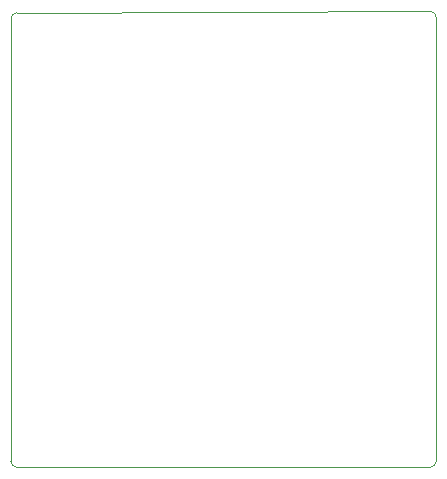
<source format=gbr>
%TF.GenerationSoftware,KiCad,Pcbnew,8.0.4*%
%TF.CreationDate,2025-10-30T08:56:40-04:00*%
%TF.ProjectId,Official Schematic,4f666669-6369-4616-9c20-536368656d61,rev?*%
%TF.SameCoordinates,Original*%
%TF.FileFunction,Profile,NP*%
%FSLAX46Y46*%
G04 Gerber Fmt 4.6, Leading zero omitted, Abs format (unit mm)*
G04 Created by KiCad (PCBNEW 8.0.4) date 2025-10-30 08:56:40*
%MOMM*%
%LPD*%
G01*
G04 APERTURE LIST*
%TA.AperFunction,Profile*%
%ADD10C,0.050000*%
%TD*%
G04 APERTURE END LIST*
D10*
X160986270Y-117000000D02*
G75*
G02*
X160486270Y-117499970I-499970J0D01*
G01*
X161000000Y-79400000D02*
X160986270Y-117000000D01*
X124986270Y-117000000D02*
X125000000Y-79500000D01*
X160500000Y-78900000D02*
G75*
G02*
X161000000Y-79400000I0J-500000D01*
G01*
X125500000Y-79000000D02*
X160500000Y-78900000D01*
X125000001Y-79499999D02*
G75*
G02*
X125500000Y-79000001I499999J-1D01*
G01*
X160486270Y-117500000D02*
X125486270Y-117500000D01*
X125486270Y-117500000D02*
G75*
G02*
X124986300Y-117000000I30J500000D01*
G01*
M02*

</source>
